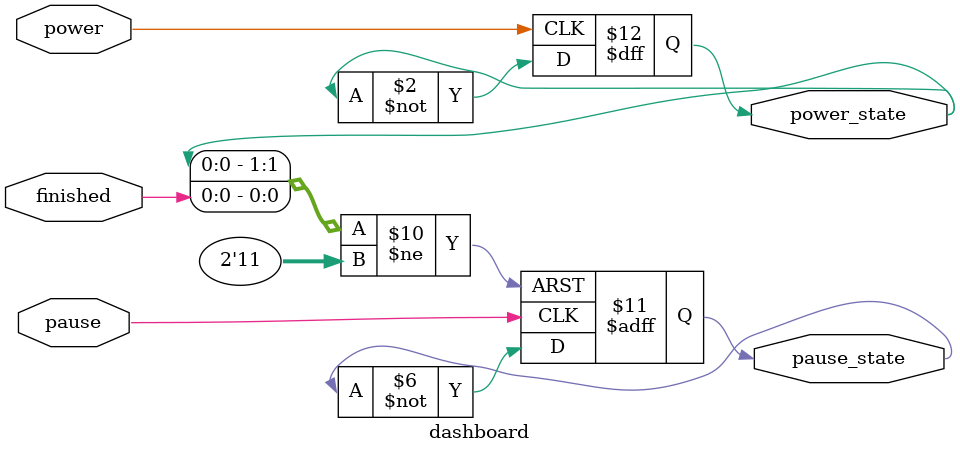
<source format=v>
`timescale 1ns / 1ps
module dashboard(
    input power,
    input pause,
    input finished,
    output power_state,
    output pause_state
    );
    
    reg power_state;// µçÔ´×´Ì¬
    initial power_state = 0;
    always @(posedge power) 
        power_state = ~power_state;//°´Ò»´ÎµçÔ´°´Å¥£¬µçÔ´×´Ì¬·­×ª
               
    reg pause_state;//ÔËÐÐ×´Ì¬£¬1ÎªÔËÐÐ£¬0ÎªÔÝÍ£
    initial pause_state = 0;
    always @(posedge pause,negedge power_state,negedge finished) 
        if(!power_state) pause_state = 0;//µçÔ´Îª0»ò½µÎª0Ê±£¬ÔËÐÐ×´Ì¬ÖÃ0
        else if(!finished) pause_state = 0;
        else pause_state = ~pause_state;//µçÔ´´ò¿ªµÄÇé¿öÏÂ£¬°´Ò»´ÎÆô¶¯°´Å¥£¬ÔËÐÐ×´Ì¬·­×ª
     
endmodule

</source>
